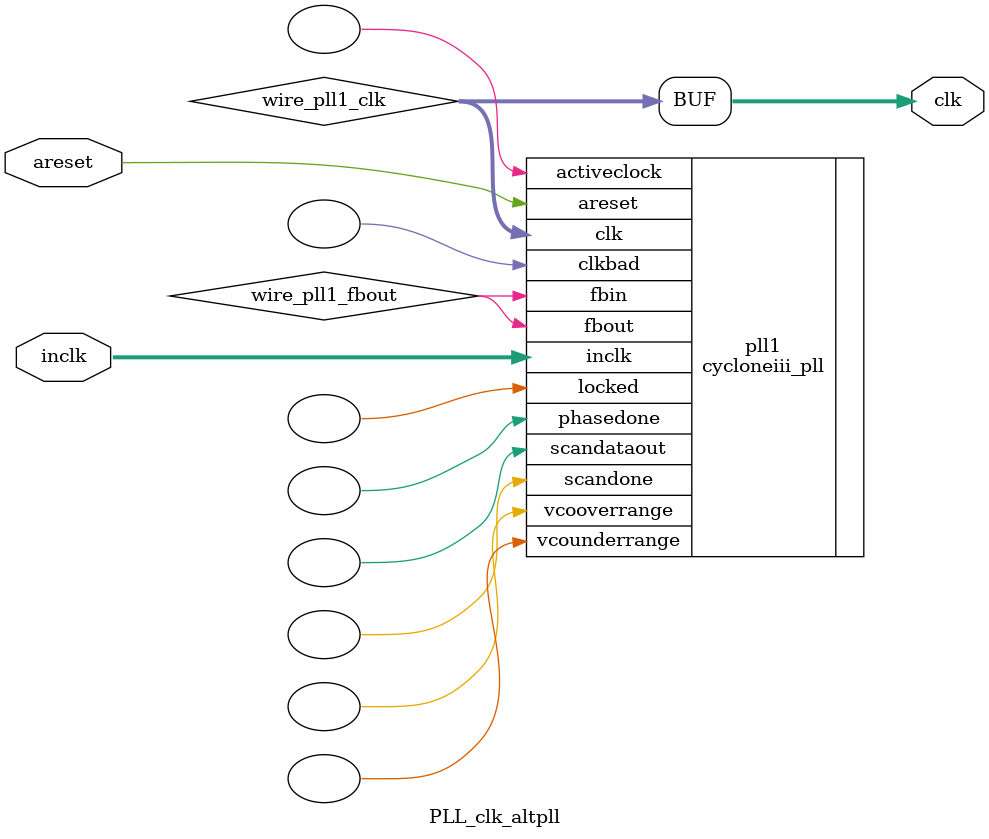
<source format=v>






//synthesis_resources = cycloneiii_pll 1 
//synopsys translate_off
`timescale 1 ps / 1 ps
//synopsys translate_on
module  PLL_clk_altpll
	( 
	areset,
	clk,
	inclk) /* synthesis synthesis_clearbox=1 */;
	input   areset;
	output   [4:0]  clk;
	input   [1:0]  inclk;
`ifndef ALTERA_RESERVED_QIS
// synopsys translate_off
`endif
	tri0   areset;
	tri0   [1:0]  inclk;
`ifndef ALTERA_RESERVED_QIS
// synopsys translate_on
`endif

	wire  [4:0]   wire_pll1_clk;
	wire  wire_pll1_fbout;

	cycloneiii_pll   pll1
	( 
	.activeclock(),
	.areset(areset),
	.clk(wire_pll1_clk),
	.clkbad(),
	.fbin(wire_pll1_fbout),
	.fbout(wire_pll1_fbout),
	.inclk(inclk),
	.locked(),
	.phasedone(),
	.scandataout(),
	.scandone(),
	.vcooverrange(),
	.vcounderrange()
	`ifndef FORMAL_VERIFICATION
	// synopsys translate_off
	`endif
	,
	.clkswitch(1'b0),
	.configupdate(1'b0),
	.pfdena(1'b1),
	.phasecounterselect({3{1'b0}}),
	.phasestep(1'b0),
	.phaseupdown(1'b0),
	.scanclk(1'b0),
	.scanclkena(1'b1),
	.scandata(1'b0)
	`ifndef FORMAL_VERIFICATION
	// synopsys translate_on
	`endif
	);
	defparam
		pll1.bandwidth_type = "auto",
		pll1.clk0_divide_by = 5,
		pll1.clk0_duty_cycle = 50,
		pll1.clk0_multiply_by = 4,
		pll1.clk0_phase_shift = "0",
		pll1.clk1_divide_by = 250,
		pll1.clk1_duty_cycle = 50,
		pll1.clk1_multiply_by = 1,
		pll1.clk1_phase_shift = "0",
		pll1.clk2_divide_by = 500,
		pll1.clk2_duty_cycle = 50,
		pll1.clk2_multiply_by = 1,
		pll1.clk2_phase_shift = "0",
		pll1.compensate_clock = "clk0",
		pll1.inclk0_input_frequency = 20000,
		pll1.operation_mode = "normal",
		pll1.pll_type = "auto",
		pll1.lpm_type = "cycloneiii_pll";
	assign
		clk = {wire_pll1_clk[4:0]};
endmodule //PLL_clk_altpll
//VALID FILE

</source>
